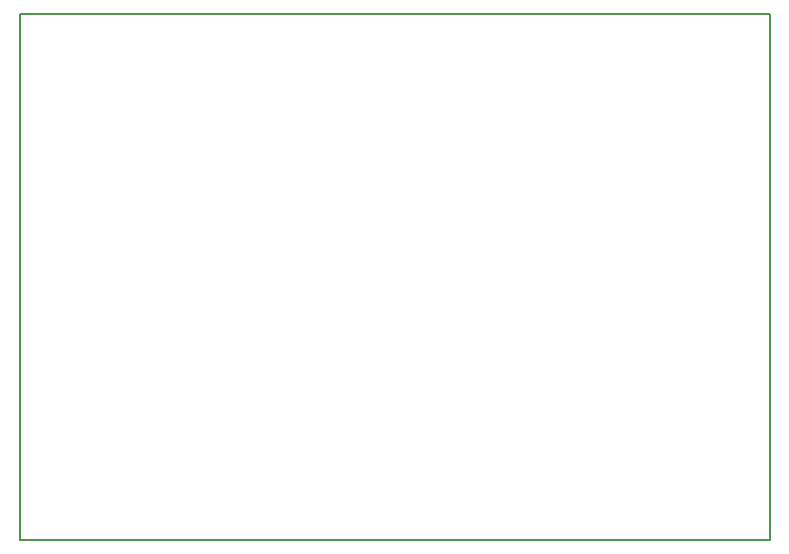
<source format=gbr>
G04 #@! TF.GenerationSoftware,KiCad,Pcbnew,(5.1.5)-3*
G04 #@! TF.CreationDate,2020-04-24T11:10:40-05:00*
G04 #@! TF.ProjectId,ESP32 Wroom energy meter,45535033-3220-4577-926f-6f6d20656e65,rev?*
G04 #@! TF.SameCoordinates,Original*
G04 #@! TF.FileFunction,Profile,NP*
%FSLAX46Y46*%
G04 Gerber Fmt 4.6, Leading zero omitted, Abs format (unit mm)*
G04 Created by KiCad (PCBNEW (5.1.5)-3) date 2020-04-24 11:10:40*
%MOMM*%
%LPD*%
G04 APERTURE LIST*
%ADD10C,0.150000*%
G04 APERTURE END LIST*
D10*
X190500000Y-108000000D02*
X190500000Y-63500000D01*
X127000000Y-108000000D02*
X190500000Y-108000000D01*
X127000000Y-63500000D02*
X127000000Y-108000000D01*
X127000000Y-63500000D02*
X190500000Y-63500000D01*
M02*

</source>
